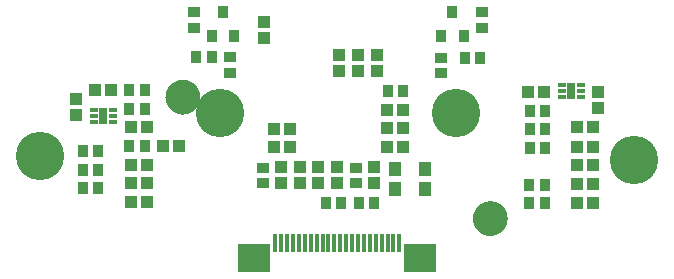
<source format=gts>
G04*
G04 #@! TF.GenerationSoftware,Altium Limited,Altium Designer,19.0.11 (319)*
G04*
G04 Layer_Color=8388736*
%FSLAX25Y25*%
%MOIN*%
G70*
G01*
G75*
%ADD26C,0.11811*%
%ADD27R,0.03937X0.04331*%
%ADD28R,0.04331X0.03937*%
%ADD29R,0.03740X0.04134*%
%ADD30R,0.04134X0.03740*%
%ADD31R,0.02559X0.05551*%
%ADD32R,0.03150X0.01575*%
%ADD33R,0.04331X0.05118*%
%ADD34R,0.03543X0.03937*%
%ADD35R,0.01575X0.05906*%
%ADD36R,0.10827X0.09449*%
%ADD37C,0.16142*%
D26*
X-51472Y7579D02*
G03*
X-51472Y7579I-4J0D01*
G01*
X50988Y-32874D02*
G03*
X50988Y-32874I-4J0D01*
G01*
D27*
X-15650Y-2953D02*
D03*
X-20965D02*
D03*
Y-9154D02*
D03*
X-15650D02*
D03*
X21949Y-8957D02*
D03*
X16634D02*
D03*
Y-2756D02*
D03*
X21949D02*
D03*
Y3445D02*
D03*
X16634D02*
D03*
X63583Y9350D02*
D03*
X68898D02*
D03*
X85335Y-2461D02*
D03*
X80020D02*
D03*
Y-27559D02*
D03*
X85335D02*
D03*
Y-21358D02*
D03*
X80020D02*
D03*
Y-15157D02*
D03*
X85335D02*
D03*
X80020Y-8957D02*
D03*
X85335D02*
D03*
X-58071Y-8760D02*
D03*
X-52756D02*
D03*
X-68898Y-27362D02*
D03*
X-63583D02*
D03*
Y-21161D02*
D03*
X-68898D02*
D03*
X-63583Y-14961D02*
D03*
X-68898D02*
D03*
X-63583Y-2461D02*
D03*
X-68898D02*
D03*
X-80709Y9941D02*
D03*
X-75394D02*
D03*
D28*
X-12500Y-21063D02*
D03*
Y-15748D02*
D03*
X-18701D02*
D03*
Y-21063D02*
D03*
X689Y16437D02*
D03*
Y21752D02*
D03*
X6890D02*
D03*
Y16437D02*
D03*
X13189D02*
D03*
Y21752D02*
D03*
X87008Y4134D02*
D03*
Y9449D02*
D03*
X-98Y-15748D02*
D03*
Y-21063D02*
D03*
X-6299Y-15748D02*
D03*
Y-21063D02*
D03*
X-24311Y27362D02*
D03*
Y32677D02*
D03*
X12303Y-15748D02*
D03*
Y-21063D02*
D03*
X-87008Y6890D02*
D03*
Y1575D02*
D03*
D29*
X16732Y9744D02*
D03*
X21850D02*
D03*
X47539Y20768D02*
D03*
X42421D02*
D03*
X12205Y-27657D02*
D03*
X7087D02*
D03*
X-3839D02*
D03*
X1280D02*
D03*
X64173Y3150D02*
D03*
X69291D02*
D03*
X64173Y-3051D02*
D03*
X69291D02*
D03*
X69193Y-9252D02*
D03*
X64075D02*
D03*
X63976Y-21654D02*
D03*
X69095D02*
D03*
X63976Y-27756D02*
D03*
X69095D02*
D03*
X-64173Y-8760D02*
D03*
X-69291D02*
D03*
X-84941Y-10433D02*
D03*
X-79823D02*
D03*
X-84941Y-16634D02*
D03*
X-79823D02*
D03*
X-84941Y-22835D02*
D03*
X-79823D02*
D03*
X-46949Y20866D02*
D03*
X-41831D02*
D03*
X-64173Y3740D02*
D03*
X-69291D02*
D03*
X-64173Y9941D02*
D03*
X-69291D02*
D03*
D30*
X34646Y20768D02*
D03*
Y15650D02*
D03*
X6102Y-20965D02*
D03*
Y-15846D02*
D03*
X-24902Y-15846D02*
D03*
Y-20965D02*
D03*
X48327Y35925D02*
D03*
Y30807D02*
D03*
X-35728Y20866D02*
D03*
Y15748D02*
D03*
X-47933Y35925D02*
D03*
Y30807D02*
D03*
D31*
X78051Y9547D02*
D03*
X-77953Y1280D02*
D03*
D32*
X74902Y7579D02*
D03*
Y9547D02*
D03*
Y11516D02*
D03*
X81201D02*
D03*
Y9547D02*
D03*
Y7579D02*
D03*
X-81102Y3248D02*
D03*
Y1280D02*
D03*
Y-689D02*
D03*
X-74803D02*
D03*
Y1280D02*
D03*
Y3248D02*
D03*
D33*
X29331Y-16240D02*
D03*
Y-22933D02*
D03*
X19094Y-16240D02*
D03*
Y-22933D02*
D03*
D34*
X38386Y35925D02*
D03*
X42126Y28051D02*
D03*
X34646D02*
D03*
X-38091Y35925D02*
D03*
X-34350Y28051D02*
D03*
X-41831D02*
D03*
D35*
X20669Y-41142D02*
D03*
X18701D02*
D03*
X-20669D02*
D03*
X-18701D02*
D03*
X-16732D02*
D03*
X-14764D02*
D03*
X-12795D02*
D03*
X-10827D02*
D03*
X-8858D02*
D03*
X-6890D02*
D03*
X-4921D02*
D03*
X-2953D02*
D03*
X-984D02*
D03*
X984D02*
D03*
X2953D02*
D03*
X4921D02*
D03*
X6890D02*
D03*
X8858D02*
D03*
X10827D02*
D03*
X12795D02*
D03*
X14764D02*
D03*
X16732D02*
D03*
D36*
X-27657Y-46063D02*
D03*
X27657D02*
D03*
D37*
X39664Y2362D02*
D03*
X-39076D02*
D03*
X-99016Y-12106D02*
D03*
X99016Y-13484D02*
D03*
M02*

</source>
